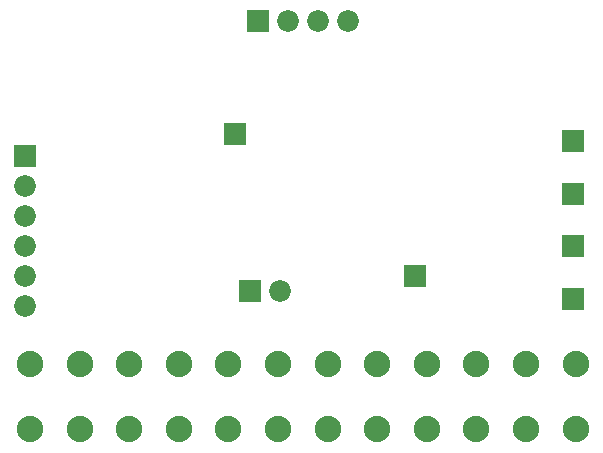
<source format=gbs>
G04 #@! TF.FileFunction,Soldermask,Bot*
%FSLAX46Y46*%
G04 Gerber Fmt 4.6, Leading zero omitted, Abs format (unit mm)*
G04 Created by KiCad (PCBNEW 4.0.7) date 08/02/18 14:57:07*
%MOMM*%
%LPD*%
G01*
G04 APERTURE LIST*
%ADD10C,0.100000*%
%ADD11R,1.840000X1.840000*%
%ADD12O,1.840000X1.840000*%
%ADD13C,2.240000*%
G04 APERTURE END LIST*
D10*
D11*
X167640000Y-93980000D03*
X167640000Y-98425000D03*
X167640000Y-89535000D03*
X167640000Y-102870000D03*
X140335000Y-102235000D03*
D12*
X142875000Y-102235000D03*
D11*
X154305000Y-100965000D03*
X139065000Y-88900000D03*
X140970000Y-79375000D03*
D12*
X143510000Y-79375000D03*
X146050000Y-79375000D03*
X148590000Y-79375000D03*
D11*
X121285000Y-90805000D03*
D12*
X121285000Y-93345000D03*
X121285000Y-95885000D03*
X121285000Y-98425000D03*
X121285000Y-100965000D03*
X121285000Y-103505000D03*
D13*
X121680000Y-108375000D03*
X125880000Y-108375000D03*
X130080000Y-108375000D03*
X134280000Y-108375000D03*
X138480000Y-108375000D03*
X142680000Y-108375000D03*
X146880000Y-108375000D03*
X151080000Y-108375000D03*
X155280000Y-108375000D03*
X159480000Y-108375000D03*
X163680000Y-108375000D03*
X167880000Y-108375000D03*
X121680000Y-113875000D03*
X125880000Y-113875000D03*
X130080000Y-113875000D03*
X134280000Y-113875000D03*
X138480000Y-113875000D03*
X142680000Y-113875000D03*
X146880000Y-113875000D03*
X151080000Y-113875000D03*
X155280000Y-113875000D03*
X159480000Y-113875000D03*
X163680000Y-113875000D03*
X167880000Y-113875000D03*
M02*

</source>
